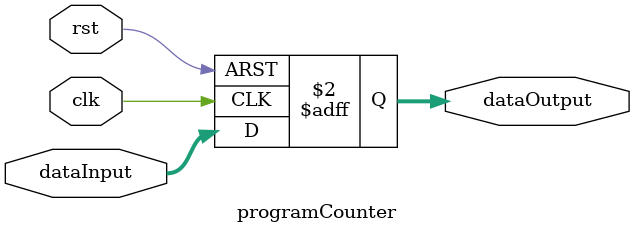
<source format=v>
module programCounter (
    input clk, rst,
    input [31 : 0] dataInput,
    output reg [31 : 0] dataOutput
);
    always @(posedge clk, posedge rst) begin
        if(rst)
            dataOutput <= 0;
        else
            dataOutput <=  dataInput;
    end



endmodule
</source>
